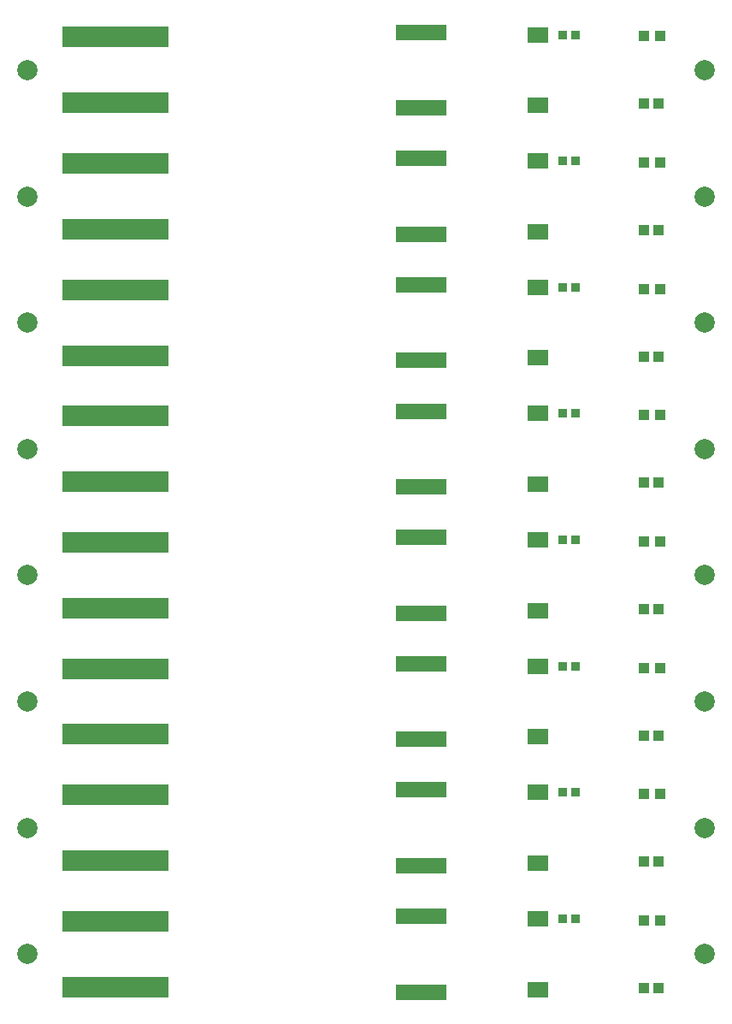
<source format=gbs>
%TF.GenerationSoftware,KiCad,Pcbnew,(5.1.9)-1*%
%TF.CreationDate,2021-10-10T12:49:55+09:00*%
%TF.ProjectId,motordecoder2,6d6f746f-7264-4656-936f-646572322e6b,rev?*%
%TF.SameCoordinates,PX66ff300PY7e5ca20*%
%TF.FileFunction,Soldermask,Bot*%
%TF.FilePolarity,Negative*%
%FSLAX46Y46*%
G04 Gerber Fmt 4.6, Leading zero omitted, Abs format (unit mm)*
G04 Created by KiCad (PCBNEW (5.1.9)-1) date 2021-10-10 12:49:55*
%MOMM*%
%LPD*%
G01*
G04 APERTURE LIST*
%ADD10C,2.000000*%
%ADD11R,2.000000X2.000000*%
%ADD12R,6.500000X2.000000*%
%ADD13R,1.000000X1.000000*%
%ADD14R,1.500000X1.500000*%
%ADD15R,2.000000X1.500000*%
%ADD16R,0.950000X0.950000*%
G04 APERTURE END LIST*
D10*
%TO.C,REF\u002A\u002A*%
X70500000Y5250000D03*
%TD*%
%TO.C,REF\u002A\u002A*%
X70500000Y17750000D03*
%TD*%
%TO.C,REF\u002A\u002A*%
X70500000Y30250000D03*
%TD*%
%TO.C,REF\u002A\u002A*%
X70500000Y42750000D03*
%TD*%
%TO.C,REF\u002A\u002A*%
X70500000Y55250000D03*
%TD*%
%TO.C,REF\u002A\u002A*%
X70500000Y67750000D03*
%TD*%
%TO.C,REF\u002A\u002A*%
X70500000Y80250000D03*
%TD*%
%TO.C,REF\u002A\u002A*%
X3500000Y5250000D03*
%TD*%
%TO.C,REF\u002A\u002A*%
X3500000Y17750000D03*
%TD*%
%TO.C,REF\u002A\u002A*%
X3500000Y30250000D03*
%TD*%
%TO.C,REF\u002A\u002A*%
X3500000Y42750000D03*
%TD*%
%TO.C,REF\u002A\u002A*%
X3500000Y55250000D03*
%TD*%
%TO.C,REF\u002A\u002A*%
X3500000Y67750000D03*
%TD*%
%TO.C,REF\u002A\u002A*%
X3500000Y80250000D03*
%TD*%
%TO.C,REF\u002A\u002A*%
X70500000Y92750000D03*
%TD*%
%TO.C,REF\u002A\u002A*%
X3500000Y92750000D03*
%TD*%
D11*
%TO.C,P1*%
X10000000Y8500000D03*
X8000000Y8500000D03*
D12*
X14250000Y8500000D03*
%TD*%
D11*
%TO.C,P1*%
X10000000Y21000000D03*
X8000000Y21000000D03*
D12*
X14250000Y21000000D03*
%TD*%
D11*
%TO.C,P1*%
X10000000Y33500000D03*
X8000000Y33500000D03*
D12*
X14250000Y33500000D03*
%TD*%
D11*
%TO.C,P1*%
X10000000Y46000000D03*
X8000000Y46000000D03*
D12*
X14250000Y46000000D03*
%TD*%
D11*
%TO.C,P1*%
X10000000Y58500000D03*
X8000000Y58500000D03*
D12*
X14250000Y58500000D03*
%TD*%
D11*
%TO.C,P1*%
X10000000Y71000000D03*
X8000000Y71000000D03*
D12*
X14250000Y71000000D03*
%TD*%
D11*
%TO.C,P1*%
X10000000Y83500000D03*
X8000000Y83500000D03*
D12*
X14250000Y83500000D03*
%TD*%
D13*
%TO.C,J12*%
X66000000Y1900000D03*
%TD*%
%TO.C,J12*%
X66000000Y14400000D03*
%TD*%
%TO.C,J12*%
X66000000Y26900000D03*
%TD*%
%TO.C,J12*%
X66000000Y39400000D03*
%TD*%
%TO.C,J12*%
X66000000Y51900000D03*
%TD*%
%TO.C,J12*%
X66000000Y64400000D03*
%TD*%
%TO.C,J12*%
X66000000Y76900000D03*
%TD*%
%TO.C,J18*%
X64500000Y8600000D03*
%TD*%
%TO.C,J18*%
X64500000Y21100000D03*
%TD*%
%TO.C,J18*%
X64500000Y33600000D03*
%TD*%
%TO.C,J18*%
X64500000Y46100000D03*
%TD*%
%TO.C,J18*%
X64500000Y58600000D03*
%TD*%
%TO.C,J18*%
X64500000Y71100000D03*
%TD*%
%TO.C,J18*%
X64500000Y83600000D03*
%TD*%
%TO.C,J14*%
X64500000Y1900000D03*
%TD*%
%TO.C,J14*%
X64500000Y14400000D03*
%TD*%
%TO.C,J14*%
X64500000Y26900000D03*
%TD*%
%TO.C,J14*%
X64500000Y39400000D03*
%TD*%
%TO.C,J14*%
X64500000Y51900000D03*
%TD*%
%TO.C,J14*%
X64500000Y64400000D03*
%TD*%
%TO.C,J14*%
X64500000Y76900000D03*
%TD*%
%TO.C,J16*%
X66100000Y8600000D03*
%TD*%
%TO.C,J16*%
X66100000Y21100000D03*
%TD*%
%TO.C,J16*%
X66100000Y33600000D03*
%TD*%
%TO.C,J16*%
X66100000Y46100000D03*
%TD*%
%TO.C,J16*%
X66100000Y58600000D03*
%TD*%
%TO.C,J16*%
X66100000Y71100000D03*
%TD*%
%TO.C,J16*%
X66100000Y83600000D03*
%TD*%
D14*
%TO.C,P6*%
X40750000Y1500000D03*
X44250000Y1500000D03*
D15*
X42500000Y1500000D03*
%TD*%
D14*
%TO.C,P6*%
X40750000Y14000000D03*
X44250000Y14000000D03*
D15*
X42500000Y14000000D03*
%TD*%
D14*
%TO.C,P6*%
X40750000Y26500000D03*
X44250000Y26500000D03*
D15*
X42500000Y26500000D03*
%TD*%
D14*
%TO.C,P6*%
X40750000Y39000000D03*
X44250000Y39000000D03*
D15*
X42500000Y39000000D03*
%TD*%
D14*
%TO.C,P6*%
X40750000Y51500000D03*
X44250000Y51500000D03*
D15*
X42500000Y51500000D03*
%TD*%
D14*
%TO.C,P6*%
X40750000Y64000000D03*
X44250000Y64000000D03*
D15*
X42500000Y64000000D03*
%TD*%
D14*
%TO.C,P6*%
X40750000Y76500000D03*
X44250000Y76500000D03*
D15*
X42500000Y76500000D03*
%TD*%
%TO.C,P5*%
X42500000Y9000000D03*
D14*
X44250000Y9000000D03*
X40750000Y9000000D03*
%TD*%
D15*
%TO.C,P5*%
X42500000Y21500000D03*
D14*
X44250000Y21500000D03*
X40750000Y21500000D03*
%TD*%
D15*
%TO.C,P5*%
X42500000Y34000000D03*
D14*
X44250000Y34000000D03*
X40750000Y34000000D03*
%TD*%
D15*
%TO.C,P5*%
X42500000Y46500000D03*
D14*
X44250000Y46500000D03*
X40750000Y46500000D03*
%TD*%
D15*
%TO.C,P5*%
X42500000Y59000000D03*
D14*
X44250000Y59000000D03*
X40750000Y59000000D03*
%TD*%
D15*
%TO.C,P5*%
X42500000Y71500000D03*
D14*
X44250000Y71500000D03*
X40750000Y71500000D03*
%TD*%
D15*
%TO.C,P5*%
X42500000Y84000000D03*
D14*
X44250000Y84000000D03*
X40750000Y84000000D03*
%TD*%
D16*
%TO.C,P9*%
X57735000Y8750000D03*
X56465000Y8750000D03*
%TD*%
%TO.C,P9*%
X57735000Y21250000D03*
X56465000Y21250000D03*
%TD*%
%TO.C,P9*%
X57735000Y33750000D03*
X56465000Y33750000D03*
%TD*%
%TO.C,P9*%
X57735000Y46250000D03*
X56465000Y46250000D03*
%TD*%
%TO.C,P9*%
X57735000Y58750000D03*
X56465000Y58750000D03*
%TD*%
%TO.C,P9*%
X57735000Y71250000D03*
X56465000Y71250000D03*
%TD*%
%TO.C,P9*%
X57735000Y83750000D03*
X56465000Y83750000D03*
%TD*%
D15*
%TO.C,P4*%
X54000000Y1750000D03*
%TD*%
%TO.C,P4*%
X54000000Y14250000D03*
%TD*%
%TO.C,P4*%
X54000000Y26750000D03*
%TD*%
%TO.C,P4*%
X54000000Y39250000D03*
%TD*%
%TO.C,P4*%
X54000000Y51750000D03*
%TD*%
%TO.C,P4*%
X54000000Y64250000D03*
%TD*%
%TO.C,P4*%
X54000000Y76750000D03*
%TD*%
%TO.C,P2*%
X54000000Y8750000D03*
%TD*%
%TO.C,P2*%
X54000000Y21250000D03*
%TD*%
%TO.C,P2*%
X54000000Y33750000D03*
%TD*%
%TO.C,P2*%
X54000000Y46250000D03*
%TD*%
%TO.C,P2*%
X54000000Y58750000D03*
%TD*%
%TO.C,P2*%
X54000000Y71250000D03*
%TD*%
%TO.C,P2*%
X54000000Y83750000D03*
%TD*%
D12*
%TO.C,P3*%
X14250000Y2000000D03*
D11*
X8000000Y2000000D03*
X10000000Y2000000D03*
%TD*%
D12*
%TO.C,P3*%
X14250000Y14500000D03*
D11*
X8000000Y14500000D03*
X10000000Y14500000D03*
%TD*%
D12*
%TO.C,P3*%
X14250000Y27000000D03*
D11*
X8000000Y27000000D03*
X10000000Y27000000D03*
%TD*%
D12*
%TO.C,P3*%
X14250000Y39500000D03*
D11*
X8000000Y39500000D03*
X10000000Y39500000D03*
%TD*%
D12*
%TO.C,P3*%
X14250000Y52000000D03*
D11*
X8000000Y52000000D03*
X10000000Y52000000D03*
%TD*%
D12*
%TO.C,P3*%
X14250000Y64500000D03*
D11*
X8000000Y64500000D03*
X10000000Y64500000D03*
%TD*%
D12*
%TO.C,P3*%
X14250000Y77000000D03*
D11*
X8000000Y77000000D03*
X10000000Y77000000D03*
%TD*%
%TO.C,P3*%
X10000000Y89500000D03*
X8000000Y89500000D03*
D12*
X14250000Y89500000D03*
%TD*%
D14*
%TO.C,P5*%
X40750000Y96500000D03*
X44250000Y96500000D03*
D15*
X42500000Y96500000D03*
%TD*%
%TO.C,P6*%
X42500000Y89000000D03*
D14*
X44250000Y89000000D03*
X40750000Y89000000D03*
%TD*%
D16*
%TO.C,P9*%
X56465000Y96250000D03*
X57735000Y96250000D03*
%TD*%
D15*
%TO.C,P2*%
X54000000Y96250000D03*
%TD*%
%TO.C,P4*%
X54000000Y89250000D03*
%TD*%
D13*
%TO.C,J12*%
X66000000Y89400000D03*
%TD*%
%TO.C,J14*%
X64500000Y89400000D03*
%TD*%
%TO.C,J16*%
X66100000Y96100000D03*
%TD*%
%TO.C,J18*%
X64500000Y96100000D03*
%TD*%
D12*
%TO.C,P1*%
X14250000Y96000000D03*
D11*
X8000000Y96000000D03*
X10000000Y96000000D03*
%TD*%
M02*

</source>
